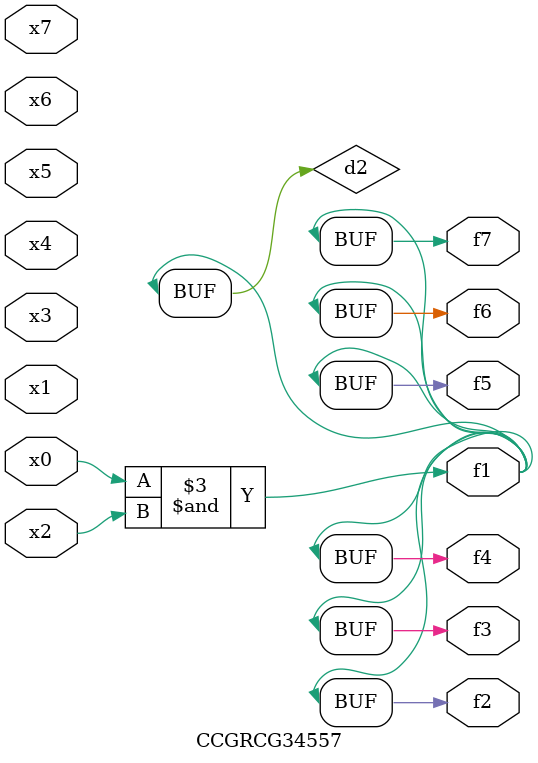
<source format=v>
module CCGRCG34557(
	input x0, x1, x2, x3, x4, x5, x6, x7,
	output f1, f2, f3, f4, f5, f6, f7
);

	wire d1, d2;

	nor (d1, x3, x6);
	and (d2, x0, x2);
	assign f1 = d2;
	assign f2 = d2;
	assign f3 = d2;
	assign f4 = d2;
	assign f5 = d2;
	assign f6 = d2;
	assign f7 = d2;
endmodule

</source>
